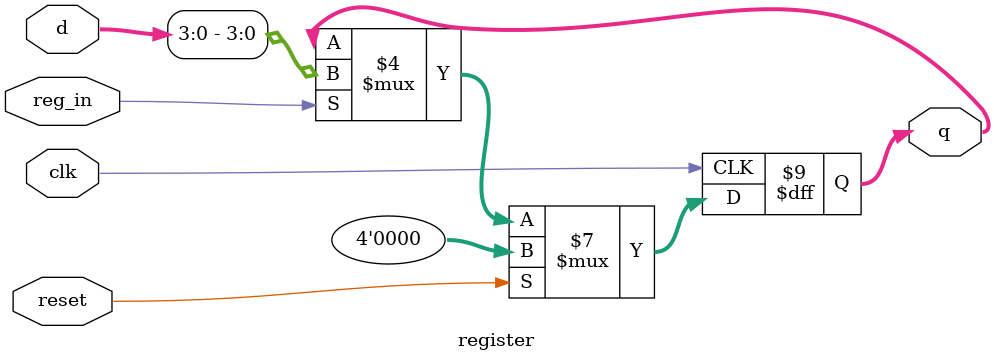
<source format=v>
module register(clk, reset, reg_in, d, q);

  input clk, reset, reg_in;
  input [31 : 0] d;
  output reg [3 : 0] q;

  // Your code begins here
always @(posedge clk) 
	begin 
		if(reset == 1) begin 
			q <= 0; 
		end else if(reg_in == 1) begin
		 	q <= d; 
		end 
	end 
endmodule

</source>
